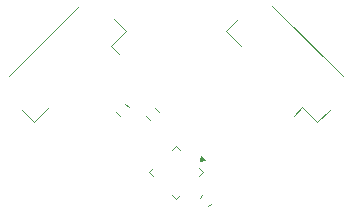
<source format=gbr>
%TF.GenerationSoftware,KiCad,Pcbnew,9.0.6-9.0.6~ubuntu24.04.1*%
%TF.CreationDate,2025-12-18T12:30:09+01:00*%
%TF.ProjectId,PCB_ENCODER,5043425f-454e-4434-9f44-45522e6b6963,rev?*%
%TF.SameCoordinates,Original*%
%TF.FileFunction,Legend,Top*%
%TF.FilePolarity,Positive*%
%FSLAX46Y46*%
G04 Gerber Fmt 4.6, Leading zero omitted, Abs format (unit mm)*
G04 Created by KiCad (PCBNEW 9.0.6-9.0.6~ubuntu24.04.1) date 2025-12-18 12:30:09*
%MOMM*%
%LPD*%
G01*
G04 APERTURE LIST*
%ADD10C,0.120000*%
G04 APERTURE END LIST*
D10*
%TO.C,C22*%
X102289970Y-51638781D02*
X102488781Y-51439970D01*
X103011219Y-52360030D02*
X103210030Y-52161219D01*
%TO.C,R1*%
X97762770Y-44751697D02*
X98098303Y-45087230D01*
X98501697Y-44012770D02*
X98837230Y-44348303D01*
%TO.C,J2*%
X87229631Y-44236592D02*
X88254936Y-45261897D01*
X88254936Y-45261897D02*
X89527728Y-43989105D01*
X92094526Y-35383616D02*
X86133616Y-41344526D01*
X94739105Y-38777728D02*
X95439141Y-39477764D01*
X94986592Y-36479631D02*
X96011897Y-37504936D01*
X96011897Y-37504936D02*
X94739105Y-38777728D01*
%TO.C,R37*%
X95212770Y-44401697D02*
X95548303Y-44737230D01*
X95951697Y-43662770D02*
X96287230Y-43998303D01*
%TO.C,IC1*%
X97973116Y-49500000D02*
X98308992Y-49164124D01*
X98308992Y-49835876D02*
X97973116Y-49500000D01*
X99914124Y-47558992D02*
X100250000Y-47223116D01*
X100250000Y-47223116D02*
X100585876Y-47558992D01*
X100250000Y-51776884D02*
X99914124Y-51441008D01*
X100585876Y-51441008D02*
X100250000Y-51776884D01*
X102191008Y-49164124D02*
X102526884Y-49500000D01*
X102526884Y-49500000D02*
X102191008Y-49835876D01*
X102696589Y-48453482D02*
X102293539Y-48517122D01*
X102357178Y-48114071D01*
X102696589Y-48453482D01*
G36*
X102696589Y-48453482D02*
G01*
X102293539Y-48517122D01*
X102357178Y-48114071D01*
X102696589Y-48453482D01*
G37*
%TO.C,J1*%
X104488103Y-37504936D02*
X105760895Y-38777728D01*
X105513408Y-36479631D02*
X104488103Y-37504936D01*
X110972272Y-43989105D02*
X110272236Y-44689141D01*
X112245064Y-45261897D02*
X110972272Y-43989105D01*
X113270369Y-44236592D02*
X112245064Y-45261897D01*
X114366384Y-41344526D02*
X108405474Y-35383616D01*
%TD*%
M02*

</source>
